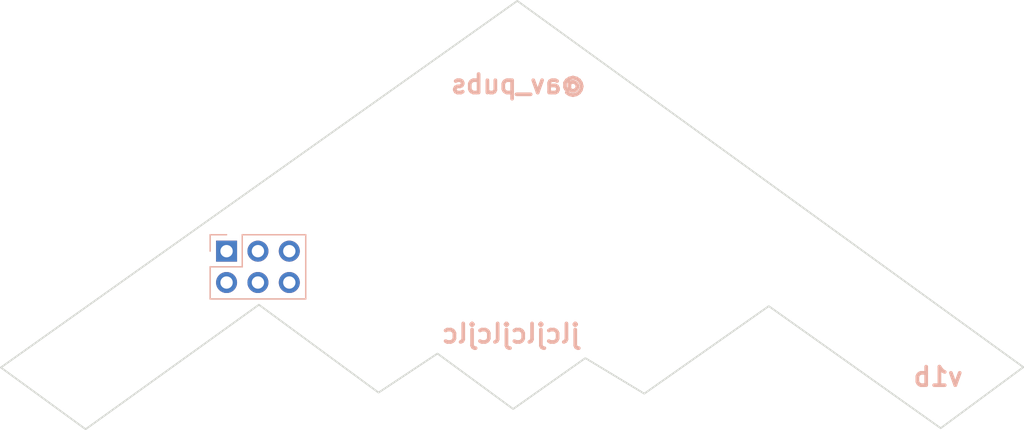
<source format=kicad_pcb>
(kicad_pcb (version 20220427) (generator pcbnew)
  (layers (0 "F.Cu" signal) (31 "B.Cu" signal) (34 "B.Paste" user) (35 "F.Paste" user) (36 "B.SilkS" user "B.Silkscreen") (37 "F.SilkS" user "F.Silkscreen") (38 "B.Mask" user) (39 "F.Mask" user) (44 "Edge.Cuts" user))
  (net 0 "")
  (footprint "Connector_PinHeader_2.54mm:PinHeader_2x03_P2.54mm_Vertical" (layer "B.Cu") (at 126.875 95.625 -90)
    (fp_text reference "REF**" hide)
    (fp_text value "PinHeader_2x03_P2.54mm_Vertical")
    (fp_line (start -1.33 -6.41) (end 3.87 -6.41) (stroke (width 0.12)) (layer "B.SilkS"))
    (fp_line (start -1.33 -1.27) (end -1.33 -6.41) (stroke (width 0.12)) (layer "B.SilkS"))
    (fp_line (start -1.33 -1.27) (end 1.27 -1.27) (stroke (width 0.12)) (layer "B.SilkS"))
    (fp_line (start -1.33 0) (end -1.33 1.33) (stroke (width 0.12)) (layer "B.SilkS"))
    (fp_line (start -1.33 1.33) (end 0 1.33) (stroke (width 0.12)) (layer "B.SilkS"))
    (fp_line (start 1.27 -1.27) (end 1.27 1.33) (stroke (width 0.12)) (layer "B.SilkS"))
    (fp_line (start 1.27 1.33) (end 3.87 1.33) (stroke (width 0.12)) (layer "B.SilkS"))
    (fp_line (start 3.87 1.33) (end 3.87 -6.41) (stroke (width 0.12)) (layer "B.SilkS"))
    (pad "1" thru_hole rect (at 0 0 270) (size 1.7 1.7) (drill 1) (layers *.Cu *.Mask))
    (pad "2" thru_hole oval (at 2.54 0 270) (size 1.7 1.7) (drill 1) (layers *.Cu *.Mask))
    (pad "3" thru_hole oval (at 0 -2.54 270) (size 1.7 1.7) (drill 1) (layers *.Cu *.Mask))
    (pad "4" thru_hole oval (at 2.54 -2.54 270) (size 1.7 1.7) (drill 1) (layers *.Cu *.Mask))
    (pad "5" thru_hole oval (at 0 -5.08 270) (size 1.7 1.7) (drill 1) (layers *.Cu *.Mask))
    (pad "6" thru_hole oval (at 2.54 -5.08 270) (size 1.7 1.7) (drill 1) (layers *.Cu *.Mask))
  )
  (gr_poly (pts (xy 191.404058 105.018592) (xy 184.710489 109.961092) (xy 170.786753 100.076081) (xy 160.704044 107.165044) (xy 155.931 104.284273) (xy 150.084722 108.407732) (xy 143.956021 103.917119) (xy 139.182977 107.080311) (xy 129.495674 99.963106) (xy 115.458963 110.045815) (xy 108.595943 105.046822) (xy 150.421846 75.354185)) (stroke (width 0.14)) (fill none) (layer "Edge.Cuts"))
  (gr_text "jlcjlcjlcjlc" (at 149.9 102.3) (layer "B.SilkS") (effects (font (size 1.5 1.5) (thickness 0.3) bold) (justify mirror)))
  (gr_text "@av_pubs" (at 150.5 82.1) (layer "B.SilkS") (effects (font (size 1.5 1.5) (thickness 0.3) bold) (justify mirror)))
  (gr_text "v1b" (at 184.5 105.8) (layer "B.SilkS") (effects (font (size 1.5 1.5) (thickness 0.3) bold) (justify mirror)))
)
</source>
